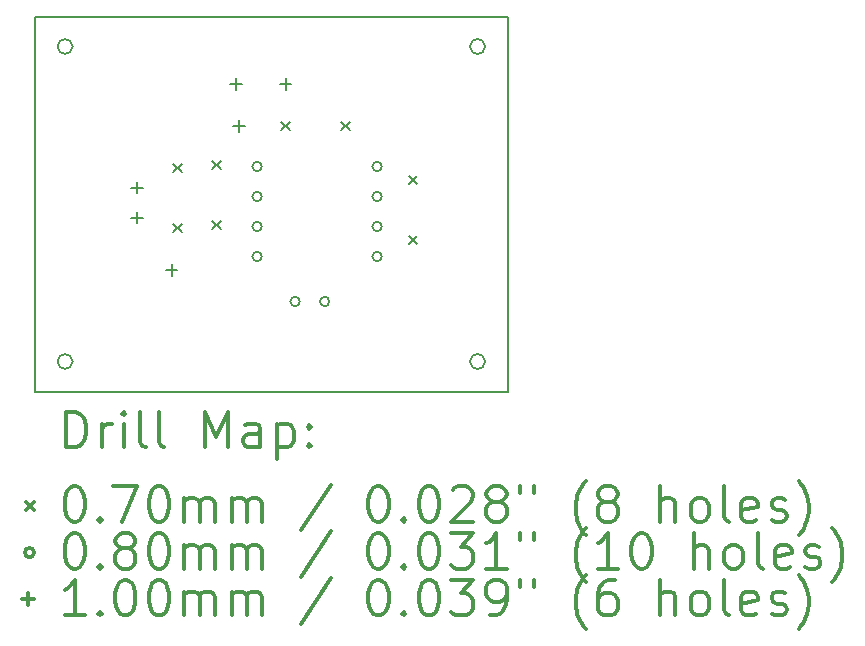
<source format=gbr>
%FSLAX45Y45*%
G04 Gerber Fmt 4.5, Leading zero omitted, Abs format (unit mm)*
G04 Created by KiCad (PCBNEW 4.0.5) date 11/10/19 13:47:52*
%MOMM*%
%LPD*%
G01*
G04 APERTURE LIST*
%ADD10C,0.127000*%
%ADD11C,0.150000*%
%ADD12C,0.200000*%
%ADD13C,0.300000*%
G04 APERTURE END LIST*
D10*
D11*
X13081000Y-9271000D02*
X13017500Y-9271000D01*
X17018000Y-9271000D02*
X13081000Y-9271000D01*
X17018000Y-12446000D02*
X17018000Y-9271000D01*
X13017500Y-12446000D02*
X17018000Y-12446000D01*
X13017500Y-9271000D02*
X13017500Y-12446000D01*
X13335000Y-12192000D02*
G75*
G03X13335000Y-12192000I-63500J0D01*
G01*
X16827500Y-12192000D02*
G75*
G03X16827500Y-12192000I-63500J0D01*
G01*
X16827500Y-9525000D02*
G75*
G03X16827500Y-9525000I-63500J0D01*
G01*
X13335000Y-9525000D02*
G75*
G03X13335000Y-9525000I-63500J0D01*
G01*
D12*
X14189000Y-10518700D02*
X14259000Y-10588700D01*
X14259000Y-10518700D02*
X14189000Y-10588700D01*
X14189000Y-11026700D02*
X14259000Y-11096700D01*
X14259000Y-11026700D02*
X14189000Y-11096700D01*
X14519200Y-10493300D02*
X14589200Y-10563300D01*
X14589200Y-10493300D02*
X14519200Y-10563300D01*
X14519200Y-11001300D02*
X14589200Y-11071300D01*
X14589200Y-11001300D02*
X14519200Y-11071300D01*
X15103400Y-10163100D02*
X15173400Y-10233100D01*
X15173400Y-10163100D02*
X15103400Y-10233100D01*
X15611400Y-10163100D02*
X15681400Y-10233100D01*
X15681400Y-10163100D02*
X15611400Y-10233100D01*
X16182900Y-10620300D02*
X16252900Y-10690300D01*
X16252900Y-10620300D02*
X16182900Y-10690300D01*
X16182900Y-11128300D02*
X16252900Y-11198300D01*
X16252900Y-11128300D02*
X16182900Y-11198300D01*
X14937100Y-10541000D02*
G75*
G03X14937100Y-10541000I-40000J0D01*
G01*
X14937100Y-10795000D02*
G75*
G03X14937100Y-10795000I-40000J0D01*
G01*
X14937100Y-11049000D02*
G75*
G03X14937100Y-11049000I-40000J0D01*
G01*
X14937100Y-11303000D02*
G75*
G03X14937100Y-11303000I-40000J0D01*
G01*
X15258600Y-11684000D02*
G75*
G03X15258600Y-11684000I-40000J0D01*
G01*
X15508600Y-11684000D02*
G75*
G03X15508600Y-11684000I-40000J0D01*
G01*
X15953100Y-10541000D02*
G75*
G03X15953100Y-10541000I-40000J0D01*
G01*
X15953100Y-10795000D02*
G75*
G03X15953100Y-10795000I-40000J0D01*
G01*
X15953100Y-11049000D02*
G75*
G03X15953100Y-11049000I-40000J0D01*
G01*
X15953100Y-11303000D02*
G75*
G03X15953100Y-11303000I-40000J0D01*
G01*
X13881100Y-10668800D02*
X13881100Y-10768800D01*
X13831100Y-10718800D02*
X13931100Y-10718800D01*
X13881100Y-10922800D02*
X13881100Y-11022800D01*
X13831100Y-10972800D02*
X13931100Y-10972800D01*
X14173200Y-11367300D02*
X14173200Y-11467300D01*
X14123200Y-11417300D02*
X14223200Y-11417300D01*
X14719300Y-9792500D02*
X14719300Y-9892500D01*
X14669300Y-9842500D02*
X14769300Y-9842500D01*
X14744700Y-10148100D02*
X14744700Y-10248100D01*
X14694700Y-10198100D02*
X14794700Y-10198100D01*
X15138400Y-9792500D02*
X15138400Y-9892500D01*
X15088400Y-9842500D02*
X15188400Y-9842500D01*
D13*
X13281428Y-12919214D02*
X13281428Y-12619214D01*
X13352857Y-12619214D01*
X13395714Y-12633500D01*
X13424286Y-12662071D01*
X13438571Y-12690643D01*
X13452857Y-12747786D01*
X13452857Y-12790643D01*
X13438571Y-12847786D01*
X13424286Y-12876357D01*
X13395714Y-12904929D01*
X13352857Y-12919214D01*
X13281428Y-12919214D01*
X13581428Y-12919214D02*
X13581428Y-12719214D01*
X13581428Y-12776357D02*
X13595714Y-12747786D01*
X13610000Y-12733500D01*
X13638571Y-12719214D01*
X13667143Y-12719214D01*
X13767143Y-12919214D02*
X13767143Y-12719214D01*
X13767143Y-12619214D02*
X13752857Y-12633500D01*
X13767143Y-12647786D01*
X13781428Y-12633500D01*
X13767143Y-12619214D01*
X13767143Y-12647786D01*
X13952857Y-12919214D02*
X13924286Y-12904929D01*
X13910000Y-12876357D01*
X13910000Y-12619214D01*
X14110000Y-12919214D02*
X14081428Y-12904929D01*
X14067143Y-12876357D01*
X14067143Y-12619214D01*
X14452857Y-12919214D02*
X14452857Y-12619214D01*
X14552857Y-12833500D01*
X14652857Y-12619214D01*
X14652857Y-12919214D01*
X14924286Y-12919214D02*
X14924286Y-12762071D01*
X14910000Y-12733500D01*
X14881428Y-12719214D01*
X14824286Y-12719214D01*
X14795714Y-12733500D01*
X14924286Y-12904929D02*
X14895714Y-12919214D01*
X14824286Y-12919214D01*
X14795714Y-12904929D01*
X14781428Y-12876357D01*
X14781428Y-12847786D01*
X14795714Y-12819214D01*
X14824286Y-12804929D01*
X14895714Y-12804929D01*
X14924286Y-12790643D01*
X15067143Y-12719214D02*
X15067143Y-13019214D01*
X15067143Y-12733500D02*
X15095714Y-12719214D01*
X15152857Y-12719214D01*
X15181428Y-12733500D01*
X15195714Y-12747786D01*
X15210000Y-12776357D01*
X15210000Y-12862071D01*
X15195714Y-12890643D01*
X15181428Y-12904929D01*
X15152857Y-12919214D01*
X15095714Y-12919214D01*
X15067143Y-12904929D01*
X15338571Y-12890643D02*
X15352857Y-12904929D01*
X15338571Y-12919214D01*
X15324286Y-12904929D01*
X15338571Y-12890643D01*
X15338571Y-12919214D01*
X15338571Y-12733500D02*
X15352857Y-12747786D01*
X15338571Y-12762071D01*
X15324286Y-12747786D01*
X15338571Y-12733500D01*
X15338571Y-12762071D01*
X12940000Y-13378500D02*
X13010000Y-13448500D01*
X13010000Y-13378500D02*
X12940000Y-13448500D01*
X13338571Y-13249214D02*
X13367143Y-13249214D01*
X13395714Y-13263500D01*
X13410000Y-13277786D01*
X13424286Y-13306357D01*
X13438571Y-13363500D01*
X13438571Y-13434929D01*
X13424286Y-13492071D01*
X13410000Y-13520643D01*
X13395714Y-13534929D01*
X13367143Y-13549214D01*
X13338571Y-13549214D01*
X13310000Y-13534929D01*
X13295714Y-13520643D01*
X13281428Y-13492071D01*
X13267143Y-13434929D01*
X13267143Y-13363500D01*
X13281428Y-13306357D01*
X13295714Y-13277786D01*
X13310000Y-13263500D01*
X13338571Y-13249214D01*
X13567143Y-13520643D02*
X13581428Y-13534929D01*
X13567143Y-13549214D01*
X13552857Y-13534929D01*
X13567143Y-13520643D01*
X13567143Y-13549214D01*
X13681428Y-13249214D02*
X13881428Y-13249214D01*
X13752857Y-13549214D01*
X14052857Y-13249214D02*
X14081428Y-13249214D01*
X14110000Y-13263500D01*
X14124286Y-13277786D01*
X14138571Y-13306357D01*
X14152857Y-13363500D01*
X14152857Y-13434929D01*
X14138571Y-13492071D01*
X14124286Y-13520643D01*
X14110000Y-13534929D01*
X14081428Y-13549214D01*
X14052857Y-13549214D01*
X14024286Y-13534929D01*
X14010000Y-13520643D01*
X13995714Y-13492071D01*
X13981428Y-13434929D01*
X13981428Y-13363500D01*
X13995714Y-13306357D01*
X14010000Y-13277786D01*
X14024286Y-13263500D01*
X14052857Y-13249214D01*
X14281428Y-13549214D02*
X14281428Y-13349214D01*
X14281428Y-13377786D02*
X14295714Y-13363500D01*
X14324286Y-13349214D01*
X14367143Y-13349214D01*
X14395714Y-13363500D01*
X14410000Y-13392071D01*
X14410000Y-13549214D01*
X14410000Y-13392071D02*
X14424286Y-13363500D01*
X14452857Y-13349214D01*
X14495714Y-13349214D01*
X14524286Y-13363500D01*
X14538571Y-13392071D01*
X14538571Y-13549214D01*
X14681428Y-13549214D02*
X14681428Y-13349214D01*
X14681428Y-13377786D02*
X14695714Y-13363500D01*
X14724286Y-13349214D01*
X14767143Y-13349214D01*
X14795714Y-13363500D01*
X14810000Y-13392071D01*
X14810000Y-13549214D01*
X14810000Y-13392071D02*
X14824286Y-13363500D01*
X14852857Y-13349214D01*
X14895714Y-13349214D01*
X14924286Y-13363500D01*
X14938571Y-13392071D01*
X14938571Y-13549214D01*
X15524286Y-13234929D02*
X15267143Y-13620643D01*
X15910000Y-13249214D02*
X15938571Y-13249214D01*
X15967143Y-13263500D01*
X15981428Y-13277786D01*
X15995714Y-13306357D01*
X16010000Y-13363500D01*
X16010000Y-13434929D01*
X15995714Y-13492071D01*
X15981428Y-13520643D01*
X15967143Y-13534929D01*
X15938571Y-13549214D01*
X15910000Y-13549214D01*
X15881428Y-13534929D01*
X15867143Y-13520643D01*
X15852857Y-13492071D01*
X15838571Y-13434929D01*
X15838571Y-13363500D01*
X15852857Y-13306357D01*
X15867143Y-13277786D01*
X15881428Y-13263500D01*
X15910000Y-13249214D01*
X16138571Y-13520643D02*
X16152857Y-13534929D01*
X16138571Y-13549214D01*
X16124286Y-13534929D01*
X16138571Y-13520643D01*
X16138571Y-13549214D01*
X16338571Y-13249214D02*
X16367143Y-13249214D01*
X16395714Y-13263500D01*
X16410000Y-13277786D01*
X16424285Y-13306357D01*
X16438571Y-13363500D01*
X16438571Y-13434929D01*
X16424285Y-13492071D01*
X16410000Y-13520643D01*
X16395714Y-13534929D01*
X16367143Y-13549214D01*
X16338571Y-13549214D01*
X16310000Y-13534929D01*
X16295714Y-13520643D01*
X16281428Y-13492071D01*
X16267143Y-13434929D01*
X16267143Y-13363500D01*
X16281428Y-13306357D01*
X16295714Y-13277786D01*
X16310000Y-13263500D01*
X16338571Y-13249214D01*
X16552857Y-13277786D02*
X16567143Y-13263500D01*
X16595714Y-13249214D01*
X16667143Y-13249214D01*
X16695714Y-13263500D01*
X16710000Y-13277786D01*
X16724285Y-13306357D01*
X16724285Y-13334929D01*
X16710000Y-13377786D01*
X16538571Y-13549214D01*
X16724285Y-13549214D01*
X16895714Y-13377786D02*
X16867143Y-13363500D01*
X16852857Y-13349214D01*
X16838571Y-13320643D01*
X16838571Y-13306357D01*
X16852857Y-13277786D01*
X16867143Y-13263500D01*
X16895714Y-13249214D01*
X16952857Y-13249214D01*
X16981428Y-13263500D01*
X16995714Y-13277786D01*
X17010000Y-13306357D01*
X17010000Y-13320643D01*
X16995714Y-13349214D01*
X16981428Y-13363500D01*
X16952857Y-13377786D01*
X16895714Y-13377786D01*
X16867143Y-13392071D01*
X16852857Y-13406357D01*
X16838571Y-13434929D01*
X16838571Y-13492071D01*
X16852857Y-13520643D01*
X16867143Y-13534929D01*
X16895714Y-13549214D01*
X16952857Y-13549214D01*
X16981428Y-13534929D01*
X16995714Y-13520643D01*
X17010000Y-13492071D01*
X17010000Y-13434929D01*
X16995714Y-13406357D01*
X16981428Y-13392071D01*
X16952857Y-13377786D01*
X17124286Y-13249214D02*
X17124286Y-13306357D01*
X17238571Y-13249214D02*
X17238571Y-13306357D01*
X17681428Y-13663500D02*
X17667143Y-13649214D01*
X17638571Y-13606357D01*
X17624286Y-13577786D01*
X17610000Y-13534929D01*
X17595714Y-13463500D01*
X17595714Y-13406357D01*
X17610000Y-13334929D01*
X17624286Y-13292071D01*
X17638571Y-13263500D01*
X17667143Y-13220643D01*
X17681428Y-13206357D01*
X17838571Y-13377786D02*
X17810000Y-13363500D01*
X17795714Y-13349214D01*
X17781428Y-13320643D01*
X17781428Y-13306357D01*
X17795714Y-13277786D01*
X17810000Y-13263500D01*
X17838571Y-13249214D01*
X17895714Y-13249214D01*
X17924286Y-13263500D01*
X17938571Y-13277786D01*
X17952857Y-13306357D01*
X17952857Y-13320643D01*
X17938571Y-13349214D01*
X17924286Y-13363500D01*
X17895714Y-13377786D01*
X17838571Y-13377786D01*
X17810000Y-13392071D01*
X17795714Y-13406357D01*
X17781428Y-13434929D01*
X17781428Y-13492071D01*
X17795714Y-13520643D01*
X17810000Y-13534929D01*
X17838571Y-13549214D01*
X17895714Y-13549214D01*
X17924286Y-13534929D01*
X17938571Y-13520643D01*
X17952857Y-13492071D01*
X17952857Y-13434929D01*
X17938571Y-13406357D01*
X17924286Y-13392071D01*
X17895714Y-13377786D01*
X18310000Y-13549214D02*
X18310000Y-13249214D01*
X18438571Y-13549214D02*
X18438571Y-13392071D01*
X18424286Y-13363500D01*
X18395714Y-13349214D01*
X18352857Y-13349214D01*
X18324286Y-13363500D01*
X18310000Y-13377786D01*
X18624286Y-13549214D02*
X18595714Y-13534929D01*
X18581428Y-13520643D01*
X18567143Y-13492071D01*
X18567143Y-13406357D01*
X18581428Y-13377786D01*
X18595714Y-13363500D01*
X18624286Y-13349214D01*
X18667143Y-13349214D01*
X18695714Y-13363500D01*
X18710000Y-13377786D01*
X18724286Y-13406357D01*
X18724286Y-13492071D01*
X18710000Y-13520643D01*
X18695714Y-13534929D01*
X18667143Y-13549214D01*
X18624286Y-13549214D01*
X18895714Y-13549214D02*
X18867143Y-13534929D01*
X18852857Y-13506357D01*
X18852857Y-13249214D01*
X19124286Y-13534929D02*
X19095714Y-13549214D01*
X19038571Y-13549214D01*
X19010000Y-13534929D01*
X18995714Y-13506357D01*
X18995714Y-13392071D01*
X19010000Y-13363500D01*
X19038571Y-13349214D01*
X19095714Y-13349214D01*
X19124286Y-13363500D01*
X19138571Y-13392071D01*
X19138571Y-13420643D01*
X18995714Y-13449214D01*
X19252857Y-13534929D02*
X19281429Y-13549214D01*
X19338571Y-13549214D01*
X19367143Y-13534929D01*
X19381429Y-13506357D01*
X19381429Y-13492071D01*
X19367143Y-13463500D01*
X19338571Y-13449214D01*
X19295714Y-13449214D01*
X19267143Y-13434929D01*
X19252857Y-13406357D01*
X19252857Y-13392071D01*
X19267143Y-13363500D01*
X19295714Y-13349214D01*
X19338571Y-13349214D01*
X19367143Y-13363500D01*
X19481428Y-13663500D02*
X19495714Y-13649214D01*
X19524286Y-13606357D01*
X19538571Y-13577786D01*
X19552857Y-13534929D01*
X19567143Y-13463500D01*
X19567143Y-13406357D01*
X19552857Y-13334929D01*
X19538571Y-13292071D01*
X19524286Y-13263500D01*
X19495714Y-13220643D01*
X19481428Y-13206357D01*
X13010000Y-13809500D02*
G75*
G03X13010000Y-13809500I-40000J0D01*
G01*
X13338571Y-13645214D02*
X13367143Y-13645214D01*
X13395714Y-13659500D01*
X13410000Y-13673786D01*
X13424286Y-13702357D01*
X13438571Y-13759500D01*
X13438571Y-13830929D01*
X13424286Y-13888071D01*
X13410000Y-13916643D01*
X13395714Y-13930929D01*
X13367143Y-13945214D01*
X13338571Y-13945214D01*
X13310000Y-13930929D01*
X13295714Y-13916643D01*
X13281428Y-13888071D01*
X13267143Y-13830929D01*
X13267143Y-13759500D01*
X13281428Y-13702357D01*
X13295714Y-13673786D01*
X13310000Y-13659500D01*
X13338571Y-13645214D01*
X13567143Y-13916643D02*
X13581428Y-13930929D01*
X13567143Y-13945214D01*
X13552857Y-13930929D01*
X13567143Y-13916643D01*
X13567143Y-13945214D01*
X13752857Y-13773786D02*
X13724286Y-13759500D01*
X13710000Y-13745214D01*
X13695714Y-13716643D01*
X13695714Y-13702357D01*
X13710000Y-13673786D01*
X13724286Y-13659500D01*
X13752857Y-13645214D01*
X13810000Y-13645214D01*
X13838571Y-13659500D01*
X13852857Y-13673786D01*
X13867143Y-13702357D01*
X13867143Y-13716643D01*
X13852857Y-13745214D01*
X13838571Y-13759500D01*
X13810000Y-13773786D01*
X13752857Y-13773786D01*
X13724286Y-13788071D01*
X13710000Y-13802357D01*
X13695714Y-13830929D01*
X13695714Y-13888071D01*
X13710000Y-13916643D01*
X13724286Y-13930929D01*
X13752857Y-13945214D01*
X13810000Y-13945214D01*
X13838571Y-13930929D01*
X13852857Y-13916643D01*
X13867143Y-13888071D01*
X13867143Y-13830929D01*
X13852857Y-13802357D01*
X13838571Y-13788071D01*
X13810000Y-13773786D01*
X14052857Y-13645214D02*
X14081428Y-13645214D01*
X14110000Y-13659500D01*
X14124286Y-13673786D01*
X14138571Y-13702357D01*
X14152857Y-13759500D01*
X14152857Y-13830929D01*
X14138571Y-13888071D01*
X14124286Y-13916643D01*
X14110000Y-13930929D01*
X14081428Y-13945214D01*
X14052857Y-13945214D01*
X14024286Y-13930929D01*
X14010000Y-13916643D01*
X13995714Y-13888071D01*
X13981428Y-13830929D01*
X13981428Y-13759500D01*
X13995714Y-13702357D01*
X14010000Y-13673786D01*
X14024286Y-13659500D01*
X14052857Y-13645214D01*
X14281428Y-13945214D02*
X14281428Y-13745214D01*
X14281428Y-13773786D02*
X14295714Y-13759500D01*
X14324286Y-13745214D01*
X14367143Y-13745214D01*
X14395714Y-13759500D01*
X14410000Y-13788071D01*
X14410000Y-13945214D01*
X14410000Y-13788071D02*
X14424286Y-13759500D01*
X14452857Y-13745214D01*
X14495714Y-13745214D01*
X14524286Y-13759500D01*
X14538571Y-13788071D01*
X14538571Y-13945214D01*
X14681428Y-13945214D02*
X14681428Y-13745214D01*
X14681428Y-13773786D02*
X14695714Y-13759500D01*
X14724286Y-13745214D01*
X14767143Y-13745214D01*
X14795714Y-13759500D01*
X14810000Y-13788071D01*
X14810000Y-13945214D01*
X14810000Y-13788071D02*
X14824286Y-13759500D01*
X14852857Y-13745214D01*
X14895714Y-13745214D01*
X14924286Y-13759500D01*
X14938571Y-13788071D01*
X14938571Y-13945214D01*
X15524286Y-13630929D02*
X15267143Y-14016643D01*
X15910000Y-13645214D02*
X15938571Y-13645214D01*
X15967143Y-13659500D01*
X15981428Y-13673786D01*
X15995714Y-13702357D01*
X16010000Y-13759500D01*
X16010000Y-13830929D01*
X15995714Y-13888071D01*
X15981428Y-13916643D01*
X15967143Y-13930929D01*
X15938571Y-13945214D01*
X15910000Y-13945214D01*
X15881428Y-13930929D01*
X15867143Y-13916643D01*
X15852857Y-13888071D01*
X15838571Y-13830929D01*
X15838571Y-13759500D01*
X15852857Y-13702357D01*
X15867143Y-13673786D01*
X15881428Y-13659500D01*
X15910000Y-13645214D01*
X16138571Y-13916643D02*
X16152857Y-13930929D01*
X16138571Y-13945214D01*
X16124286Y-13930929D01*
X16138571Y-13916643D01*
X16138571Y-13945214D01*
X16338571Y-13645214D02*
X16367143Y-13645214D01*
X16395714Y-13659500D01*
X16410000Y-13673786D01*
X16424285Y-13702357D01*
X16438571Y-13759500D01*
X16438571Y-13830929D01*
X16424285Y-13888071D01*
X16410000Y-13916643D01*
X16395714Y-13930929D01*
X16367143Y-13945214D01*
X16338571Y-13945214D01*
X16310000Y-13930929D01*
X16295714Y-13916643D01*
X16281428Y-13888071D01*
X16267143Y-13830929D01*
X16267143Y-13759500D01*
X16281428Y-13702357D01*
X16295714Y-13673786D01*
X16310000Y-13659500D01*
X16338571Y-13645214D01*
X16538571Y-13645214D02*
X16724285Y-13645214D01*
X16624285Y-13759500D01*
X16667143Y-13759500D01*
X16695714Y-13773786D01*
X16710000Y-13788071D01*
X16724285Y-13816643D01*
X16724285Y-13888071D01*
X16710000Y-13916643D01*
X16695714Y-13930929D01*
X16667143Y-13945214D01*
X16581428Y-13945214D01*
X16552857Y-13930929D01*
X16538571Y-13916643D01*
X17010000Y-13945214D02*
X16838571Y-13945214D01*
X16924286Y-13945214D02*
X16924286Y-13645214D01*
X16895714Y-13688071D01*
X16867143Y-13716643D01*
X16838571Y-13730929D01*
X17124286Y-13645214D02*
X17124286Y-13702357D01*
X17238571Y-13645214D02*
X17238571Y-13702357D01*
X17681428Y-14059500D02*
X17667143Y-14045214D01*
X17638571Y-14002357D01*
X17624286Y-13973786D01*
X17610000Y-13930929D01*
X17595714Y-13859500D01*
X17595714Y-13802357D01*
X17610000Y-13730929D01*
X17624286Y-13688071D01*
X17638571Y-13659500D01*
X17667143Y-13616643D01*
X17681428Y-13602357D01*
X17952857Y-13945214D02*
X17781428Y-13945214D01*
X17867143Y-13945214D02*
X17867143Y-13645214D01*
X17838571Y-13688071D01*
X17810000Y-13716643D01*
X17781428Y-13730929D01*
X18138571Y-13645214D02*
X18167143Y-13645214D01*
X18195714Y-13659500D01*
X18210000Y-13673786D01*
X18224286Y-13702357D01*
X18238571Y-13759500D01*
X18238571Y-13830929D01*
X18224286Y-13888071D01*
X18210000Y-13916643D01*
X18195714Y-13930929D01*
X18167143Y-13945214D01*
X18138571Y-13945214D01*
X18110000Y-13930929D01*
X18095714Y-13916643D01*
X18081428Y-13888071D01*
X18067143Y-13830929D01*
X18067143Y-13759500D01*
X18081428Y-13702357D01*
X18095714Y-13673786D01*
X18110000Y-13659500D01*
X18138571Y-13645214D01*
X18595714Y-13945214D02*
X18595714Y-13645214D01*
X18724286Y-13945214D02*
X18724286Y-13788071D01*
X18710000Y-13759500D01*
X18681428Y-13745214D01*
X18638571Y-13745214D01*
X18610000Y-13759500D01*
X18595714Y-13773786D01*
X18910000Y-13945214D02*
X18881428Y-13930929D01*
X18867143Y-13916643D01*
X18852857Y-13888071D01*
X18852857Y-13802357D01*
X18867143Y-13773786D01*
X18881428Y-13759500D01*
X18910000Y-13745214D01*
X18952857Y-13745214D01*
X18981428Y-13759500D01*
X18995714Y-13773786D01*
X19010000Y-13802357D01*
X19010000Y-13888071D01*
X18995714Y-13916643D01*
X18981428Y-13930929D01*
X18952857Y-13945214D01*
X18910000Y-13945214D01*
X19181428Y-13945214D02*
X19152857Y-13930929D01*
X19138571Y-13902357D01*
X19138571Y-13645214D01*
X19410000Y-13930929D02*
X19381429Y-13945214D01*
X19324286Y-13945214D01*
X19295714Y-13930929D01*
X19281429Y-13902357D01*
X19281429Y-13788071D01*
X19295714Y-13759500D01*
X19324286Y-13745214D01*
X19381429Y-13745214D01*
X19410000Y-13759500D01*
X19424286Y-13788071D01*
X19424286Y-13816643D01*
X19281429Y-13845214D01*
X19538571Y-13930929D02*
X19567143Y-13945214D01*
X19624286Y-13945214D01*
X19652857Y-13930929D01*
X19667143Y-13902357D01*
X19667143Y-13888071D01*
X19652857Y-13859500D01*
X19624286Y-13845214D01*
X19581429Y-13845214D01*
X19552857Y-13830929D01*
X19538571Y-13802357D01*
X19538571Y-13788071D01*
X19552857Y-13759500D01*
X19581429Y-13745214D01*
X19624286Y-13745214D01*
X19652857Y-13759500D01*
X19767143Y-14059500D02*
X19781429Y-14045214D01*
X19810000Y-14002357D01*
X19824286Y-13973786D01*
X19838571Y-13930929D01*
X19852857Y-13859500D01*
X19852857Y-13802357D01*
X19838571Y-13730929D01*
X19824286Y-13688071D01*
X19810000Y-13659500D01*
X19781429Y-13616643D01*
X19767143Y-13602357D01*
X12960000Y-14155500D02*
X12960000Y-14255500D01*
X12910000Y-14205500D02*
X13010000Y-14205500D01*
X13438571Y-14341214D02*
X13267143Y-14341214D01*
X13352857Y-14341214D02*
X13352857Y-14041214D01*
X13324286Y-14084071D01*
X13295714Y-14112643D01*
X13267143Y-14126929D01*
X13567143Y-14312643D02*
X13581428Y-14326929D01*
X13567143Y-14341214D01*
X13552857Y-14326929D01*
X13567143Y-14312643D01*
X13567143Y-14341214D01*
X13767143Y-14041214D02*
X13795714Y-14041214D01*
X13824286Y-14055500D01*
X13838571Y-14069786D01*
X13852857Y-14098357D01*
X13867143Y-14155500D01*
X13867143Y-14226929D01*
X13852857Y-14284071D01*
X13838571Y-14312643D01*
X13824286Y-14326929D01*
X13795714Y-14341214D01*
X13767143Y-14341214D01*
X13738571Y-14326929D01*
X13724286Y-14312643D01*
X13710000Y-14284071D01*
X13695714Y-14226929D01*
X13695714Y-14155500D01*
X13710000Y-14098357D01*
X13724286Y-14069786D01*
X13738571Y-14055500D01*
X13767143Y-14041214D01*
X14052857Y-14041214D02*
X14081428Y-14041214D01*
X14110000Y-14055500D01*
X14124286Y-14069786D01*
X14138571Y-14098357D01*
X14152857Y-14155500D01*
X14152857Y-14226929D01*
X14138571Y-14284071D01*
X14124286Y-14312643D01*
X14110000Y-14326929D01*
X14081428Y-14341214D01*
X14052857Y-14341214D01*
X14024286Y-14326929D01*
X14010000Y-14312643D01*
X13995714Y-14284071D01*
X13981428Y-14226929D01*
X13981428Y-14155500D01*
X13995714Y-14098357D01*
X14010000Y-14069786D01*
X14024286Y-14055500D01*
X14052857Y-14041214D01*
X14281428Y-14341214D02*
X14281428Y-14141214D01*
X14281428Y-14169786D02*
X14295714Y-14155500D01*
X14324286Y-14141214D01*
X14367143Y-14141214D01*
X14395714Y-14155500D01*
X14410000Y-14184071D01*
X14410000Y-14341214D01*
X14410000Y-14184071D02*
X14424286Y-14155500D01*
X14452857Y-14141214D01*
X14495714Y-14141214D01*
X14524286Y-14155500D01*
X14538571Y-14184071D01*
X14538571Y-14341214D01*
X14681428Y-14341214D02*
X14681428Y-14141214D01*
X14681428Y-14169786D02*
X14695714Y-14155500D01*
X14724286Y-14141214D01*
X14767143Y-14141214D01*
X14795714Y-14155500D01*
X14810000Y-14184071D01*
X14810000Y-14341214D01*
X14810000Y-14184071D02*
X14824286Y-14155500D01*
X14852857Y-14141214D01*
X14895714Y-14141214D01*
X14924286Y-14155500D01*
X14938571Y-14184071D01*
X14938571Y-14341214D01*
X15524286Y-14026929D02*
X15267143Y-14412643D01*
X15910000Y-14041214D02*
X15938571Y-14041214D01*
X15967143Y-14055500D01*
X15981428Y-14069786D01*
X15995714Y-14098357D01*
X16010000Y-14155500D01*
X16010000Y-14226929D01*
X15995714Y-14284071D01*
X15981428Y-14312643D01*
X15967143Y-14326929D01*
X15938571Y-14341214D01*
X15910000Y-14341214D01*
X15881428Y-14326929D01*
X15867143Y-14312643D01*
X15852857Y-14284071D01*
X15838571Y-14226929D01*
X15838571Y-14155500D01*
X15852857Y-14098357D01*
X15867143Y-14069786D01*
X15881428Y-14055500D01*
X15910000Y-14041214D01*
X16138571Y-14312643D02*
X16152857Y-14326929D01*
X16138571Y-14341214D01*
X16124286Y-14326929D01*
X16138571Y-14312643D01*
X16138571Y-14341214D01*
X16338571Y-14041214D02*
X16367143Y-14041214D01*
X16395714Y-14055500D01*
X16410000Y-14069786D01*
X16424285Y-14098357D01*
X16438571Y-14155500D01*
X16438571Y-14226929D01*
X16424285Y-14284071D01*
X16410000Y-14312643D01*
X16395714Y-14326929D01*
X16367143Y-14341214D01*
X16338571Y-14341214D01*
X16310000Y-14326929D01*
X16295714Y-14312643D01*
X16281428Y-14284071D01*
X16267143Y-14226929D01*
X16267143Y-14155500D01*
X16281428Y-14098357D01*
X16295714Y-14069786D01*
X16310000Y-14055500D01*
X16338571Y-14041214D01*
X16538571Y-14041214D02*
X16724285Y-14041214D01*
X16624285Y-14155500D01*
X16667143Y-14155500D01*
X16695714Y-14169786D01*
X16710000Y-14184071D01*
X16724285Y-14212643D01*
X16724285Y-14284071D01*
X16710000Y-14312643D01*
X16695714Y-14326929D01*
X16667143Y-14341214D01*
X16581428Y-14341214D01*
X16552857Y-14326929D01*
X16538571Y-14312643D01*
X16867143Y-14341214D02*
X16924286Y-14341214D01*
X16952857Y-14326929D01*
X16967143Y-14312643D01*
X16995714Y-14269786D01*
X17010000Y-14212643D01*
X17010000Y-14098357D01*
X16995714Y-14069786D01*
X16981428Y-14055500D01*
X16952857Y-14041214D01*
X16895714Y-14041214D01*
X16867143Y-14055500D01*
X16852857Y-14069786D01*
X16838571Y-14098357D01*
X16838571Y-14169786D01*
X16852857Y-14198357D01*
X16867143Y-14212643D01*
X16895714Y-14226929D01*
X16952857Y-14226929D01*
X16981428Y-14212643D01*
X16995714Y-14198357D01*
X17010000Y-14169786D01*
X17124286Y-14041214D02*
X17124286Y-14098357D01*
X17238571Y-14041214D02*
X17238571Y-14098357D01*
X17681428Y-14455500D02*
X17667143Y-14441214D01*
X17638571Y-14398357D01*
X17624286Y-14369786D01*
X17610000Y-14326929D01*
X17595714Y-14255500D01*
X17595714Y-14198357D01*
X17610000Y-14126929D01*
X17624286Y-14084071D01*
X17638571Y-14055500D01*
X17667143Y-14012643D01*
X17681428Y-13998357D01*
X17924286Y-14041214D02*
X17867143Y-14041214D01*
X17838571Y-14055500D01*
X17824286Y-14069786D01*
X17795714Y-14112643D01*
X17781428Y-14169786D01*
X17781428Y-14284071D01*
X17795714Y-14312643D01*
X17810000Y-14326929D01*
X17838571Y-14341214D01*
X17895714Y-14341214D01*
X17924286Y-14326929D01*
X17938571Y-14312643D01*
X17952857Y-14284071D01*
X17952857Y-14212643D01*
X17938571Y-14184071D01*
X17924286Y-14169786D01*
X17895714Y-14155500D01*
X17838571Y-14155500D01*
X17810000Y-14169786D01*
X17795714Y-14184071D01*
X17781428Y-14212643D01*
X18310000Y-14341214D02*
X18310000Y-14041214D01*
X18438571Y-14341214D02*
X18438571Y-14184071D01*
X18424286Y-14155500D01*
X18395714Y-14141214D01*
X18352857Y-14141214D01*
X18324286Y-14155500D01*
X18310000Y-14169786D01*
X18624286Y-14341214D02*
X18595714Y-14326929D01*
X18581428Y-14312643D01*
X18567143Y-14284071D01*
X18567143Y-14198357D01*
X18581428Y-14169786D01*
X18595714Y-14155500D01*
X18624286Y-14141214D01*
X18667143Y-14141214D01*
X18695714Y-14155500D01*
X18710000Y-14169786D01*
X18724286Y-14198357D01*
X18724286Y-14284071D01*
X18710000Y-14312643D01*
X18695714Y-14326929D01*
X18667143Y-14341214D01*
X18624286Y-14341214D01*
X18895714Y-14341214D02*
X18867143Y-14326929D01*
X18852857Y-14298357D01*
X18852857Y-14041214D01*
X19124286Y-14326929D02*
X19095714Y-14341214D01*
X19038571Y-14341214D01*
X19010000Y-14326929D01*
X18995714Y-14298357D01*
X18995714Y-14184071D01*
X19010000Y-14155500D01*
X19038571Y-14141214D01*
X19095714Y-14141214D01*
X19124286Y-14155500D01*
X19138571Y-14184071D01*
X19138571Y-14212643D01*
X18995714Y-14241214D01*
X19252857Y-14326929D02*
X19281429Y-14341214D01*
X19338571Y-14341214D01*
X19367143Y-14326929D01*
X19381429Y-14298357D01*
X19381429Y-14284071D01*
X19367143Y-14255500D01*
X19338571Y-14241214D01*
X19295714Y-14241214D01*
X19267143Y-14226929D01*
X19252857Y-14198357D01*
X19252857Y-14184071D01*
X19267143Y-14155500D01*
X19295714Y-14141214D01*
X19338571Y-14141214D01*
X19367143Y-14155500D01*
X19481428Y-14455500D02*
X19495714Y-14441214D01*
X19524286Y-14398357D01*
X19538571Y-14369786D01*
X19552857Y-14326929D01*
X19567143Y-14255500D01*
X19567143Y-14198357D01*
X19552857Y-14126929D01*
X19538571Y-14084071D01*
X19524286Y-14055500D01*
X19495714Y-14012643D01*
X19481428Y-13998357D01*
M02*

</source>
